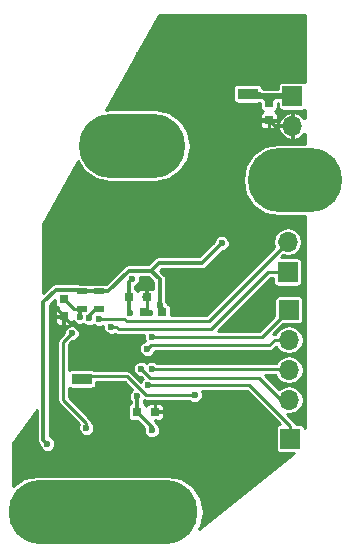
<source format=gbl>
G04 #@! TF.FileFunction,Copper,L2,Bot,Signal*
%FSLAX46Y46*%
G04 Gerber Fmt 4.6, Leading zero omitted, Abs format (unit mm)*
G04 Created by KiCad (PCBNEW 4.0.6) date Thu Nov 16 07:28:37 2017*
%MOMM*%
%LPD*%
G01*
G04 APERTURE LIST*
%ADD10C,0.100000*%
%ADD11O,8.000000X5.400000*%
%ADD12O,16.000000X5.400000*%
%ADD13R,0.750000X0.800000*%
%ADD14R,0.800000X0.750000*%
%ADD15R,1.700000X1.700000*%
%ADD16O,1.700000X1.700000*%
%ADD17R,1.700000X0.900000*%
%ADD18R,0.900000X0.500000*%
%ADD19O,9.000000X5.400000*%
%ADD20C,0.600000*%
%ADD21C,0.250000*%
%ADD22C,0.350000*%
%ADD23C,0.500000*%
G04 APERTURE END LIST*
D10*
D11*
X168800000Y-94400000D03*
D12*
X152500000Y-122500000D03*
D13*
X166550000Y-87850000D03*
X166550000Y-89350000D03*
X149200000Y-104450000D03*
X149200000Y-105950000D03*
D14*
X155400000Y-114050000D03*
X156900000Y-114050000D03*
X157500000Y-105600000D03*
X156000000Y-105600000D03*
X154700000Y-104350000D03*
X156200000Y-104350000D03*
D15*
X168550000Y-87300000D03*
D16*
X168550000Y-89840000D03*
D15*
X168150000Y-102190000D03*
D16*
X168150000Y-99650000D03*
D15*
X168250000Y-105400000D03*
D16*
X168250000Y-107940000D03*
X168250000Y-110480000D03*
X168250000Y-113020000D03*
D15*
X168350000Y-116300000D03*
D17*
X164750000Y-87100000D03*
X164750000Y-90000000D03*
X150700000Y-111250000D03*
X150700000Y-108350000D03*
D18*
X150700000Y-103800000D03*
X150700000Y-105300000D03*
X152150000Y-103800000D03*
X152150000Y-105300000D03*
D19*
X155000000Y-91500000D03*
D20*
X160300000Y-112600000D03*
X146600000Y-115900000D03*
X145200004Y-119600000D03*
X166300000Y-97700000D03*
X156500000Y-105650030D03*
X151200000Y-98300000D03*
X160000000Y-94100000D03*
X159400000Y-94800000D03*
X158899994Y-88900000D03*
X162200000Y-121900000D03*
X166600000Y-118800000D03*
X153400000Y-111800000D03*
X160000000Y-105400000D03*
X152400000Y-107900000D03*
X165500004Y-115400000D03*
X165500000Y-116300000D03*
X159400000Y-114900000D03*
X163100000Y-118200000D03*
X162000000Y-118200000D03*
X150000000Y-119000000D03*
X156400000Y-118100000D03*
X153000000Y-115800000D03*
X163200000Y-81300000D03*
X163400000Y-91500000D03*
X162200000Y-94300000D03*
X162100000Y-104300000D03*
X164000000Y-101400000D03*
X160600000Y-102200000D03*
X157400000Y-96100000D03*
X158600000Y-97500000D03*
X154900000Y-108000000D03*
X155100000Y-109400000D03*
X150100000Y-112300000D03*
X150700000Y-109700000D03*
X164600000Y-106500000D03*
X162200000Y-109500000D03*
X160000000Y-109500000D03*
X158400000Y-102600000D03*
X148600000Y-97900000D03*
X148100000Y-102300000D03*
X154000000Y-101400000D03*
X156100000Y-101000000D03*
X157400000Y-99100000D03*
X155800000Y-96800000D03*
X151300000Y-97500000D03*
X158000000Y-80700000D03*
X155600000Y-83800000D03*
X153200000Y-88200000D03*
X159500000Y-86300000D03*
X166600000Y-86000000D03*
X168800000Y-81100000D03*
X156100000Y-102850000D03*
X148200000Y-114100000D03*
X158300000Y-114100000D03*
X150059015Y-106620400D03*
X163400000Y-112800000D03*
X162600000Y-114500000D03*
X148601392Y-105297216D03*
X162000000Y-97900000D03*
X154750000Y-97850000D03*
X155000000Y-102750000D03*
X154800000Y-105700000D03*
X162550000Y-99750000D03*
X147800000Y-116750000D03*
X157300000Y-105000000D03*
X155376462Y-112710360D03*
X156650000Y-115600000D03*
X150539225Y-105980543D03*
X153200000Y-106825010D03*
X152200000Y-106200000D03*
X156650000Y-107700000D03*
X156250000Y-108700000D03*
X156650000Y-110400000D03*
X155750000Y-110400000D03*
X156336868Y-111758085D03*
X151329577Y-106104492D03*
X149857949Y-107394732D03*
X151100000Y-115400000D03*
D21*
X150700000Y-111250000D02*
X150950000Y-111000000D01*
X150950000Y-111000000D02*
X154550000Y-111000000D01*
X154550000Y-111000000D02*
X156150000Y-112600000D01*
X156150000Y-112600000D02*
X160300000Y-112600000D01*
X163700001Y-101699999D02*
X164000000Y-101400000D01*
X163200000Y-102200000D02*
X163700001Y-101699999D01*
X160600000Y-102200000D02*
X163200000Y-102200000D01*
X166000001Y-97999999D02*
X166300000Y-97700000D01*
X164000000Y-100000000D02*
X166000001Y-97999999D01*
X164000000Y-101400000D02*
X164000000Y-100000000D01*
D22*
X153200000Y-88200000D02*
X155500000Y-85900000D01*
X155500000Y-85900000D02*
X155500000Y-83900000D01*
X155500000Y-83900000D02*
X155600000Y-83800000D01*
D21*
X156000000Y-105600000D02*
X156050030Y-105650030D01*
X156075736Y-105650030D02*
X156500000Y-105650030D01*
X156050030Y-105650030D02*
X156075736Y-105650030D01*
D22*
X159400000Y-94800000D02*
X159400000Y-94700000D01*
X159400000Y-94700000D02*
X160000000Y-94100000D01*
X159199993Y-88600001D02*
X158899994Y-88900000D01*
X159500000Y-88299994D02*
X159199993Y-88600001D01*
X159500000Y-86300000D02*
X159500000Y-88299994D01*
D21*
X166600000Y-118800000D02*
X165500000Y-118800000D01*
X165500000Y-118800000D02*
X162624264Y-121675736D01*
X162624264Y-121675736D02*
X162624264Y-121900000D01*
X162624264Y-121900000D02*
X162200000Y-121900000D01*
X165500000Y-115400004D02*
X165500004Y-115400000D01*
X165500000Y-116300000D02*
X165500000Y-115400004D01*
X162000000Y-118200000D02*
X163100000Y-118200000D01*
X153000000Y-115800000D02*
X154100000Y-115800000D01*
X154100000Y-115800000D02*
X156400000Y-118100000D01*
X164750000Y-90000000D02*
X164750000Y-90150000D01*
X164750000Y-90150000D02*
X163400000Y-91500000D01*
X162200000Y-94300000D02*
X162200000Y-92150000D01*
X162200000Y-92150000D02*
X164350000Y-90000000D01*
X164350000Y-90000000D02*
X164750000Y-90000000D01*
X158600000Y-97500000D02*
X158600000Y-97300000D01*
X158600000Y-97300000D02*
X157400000Y-96100000D01*
X154900000Y-108000000D02*
X154900000Y-109200000D01*
X154900000Y-109200000D02*
X155100000Y-109400000D01*
X150700000Y-109700000D02*
X150700000Y-108350000D01*
D22*
X160000000Y-109500000D02*
X162200000Y-109500000D01*
X148100000Y-102300000D02*
X148100000Y-98400000D01*
X148100000Y-98400000D02*
X148600000Y-97900000D01*
X156100000Y-101000000D02*
X154400000Y-101000000D01*
X154400000Y-101000000D02*
X154000000Y-101400000D01*
X155800000Y-96800000D02*
X155800000Y-97500000D01*
X155800000Y-97500000D02*
X157400000Y-99100000D01*
X158000000Y-80700000D02*
X158400000Y-81100000D01*
X158400000Y-81100000D02*
X168800000Y-81100000D01*
X168800000Y-81100000D02*
X166600000Y-83300000D01*
X166600000Y-83300000D02*
X166600000Y-86000000D01*
X156200000Y-104350000D02*
X156200000Y-102950000D01*
X156200000Y-102950000D02*
X156100000Y-102850000D01*
X150670399Y-106920399D02*
X150700000Y-106950000D01*
X150700000Y-106950000D02*
X150700000Y-108350000D01*
X150059015Y-106620400D02*
X150359014Y-106920399D01*
X150359014Y-106920399D02*
X150670399Y-106920399D01*
X148350000Y-113525736D02*
X148350000Y-107550000D01*
X148350000Y-107550000D02*
X149200000Y-106700000D01*
X149200000Y-106700000D02*
X149200000Y-105950000D01*
X148200000Y-114100000D02*
X148200000Y-113675736D01*
X148200000Y-113675736D02*
X148350000Y-113525736D01*
X156900000Y-114050000D02*
X158250000Y-114050000D01*
X158250000Y-114050000D02*
X158300000Y-114100000D01*
D21*
X149845400Y-106620400D02*
X150059015Y-106620400D01*
X149200000Y-105950000D02*
X149200000Y-105975000D01*
X149200000Y-105975000D02*
X149845400Y-106620400D01*
D22*
X162600000Y-114500000D02*
X162600000Y-113600000D01*
X162600000Y-113600000D02*
X163400000Y-112800000D01*
D21*
X156200000Y-104350000D02*
X156200000Y-105400000D01*
X156200000Y-105400000D02*
X156000000Y-105600000D01*
X149200000Y-105950000D02*
X149200000Y-105895824D01*
X149200000Y-105895824D02*
X148601392Y-105297216D01*
D22*
X156200000Y-104350000D02*
X155950000Y-104350000D01*
X162000000Y-97900000D02*
X154800000Y-97900000D01*
X154800000Y-97900000D02*
X154750000Y-97850000D01*
X166550000Y-89350000D02*
X165400000Y-89350000D01*
X165400000Y-89350000D02*
X164750000Y-90000000D01*
X168550000Y-89840000D02*
X167040000Y-89840000D01*
X167040000Y-89840000D02*
X166550000Y-89350000D01*
D23*
X168550000Y-87300000D02*
X164950000Y-87300000D01*
X164950000Y-87300000D02*
X164750000Y-87100000D01*
D22*
X164750000Y-87100000D02*
X165800000Y-87100000D01*
X165800000Y-87100000D02*
X166550000Y-87850000D01*
X168550000Y-87300000D02*
X167100000Y-87300000D01*
X167100000Y-87300000D02*
X166550000Y-87850000D01*
X154700000Y-104350000D02*
X154700000Y-103050000D01*
X154700000Y-103050000D02*
X155000000Y-102750000D01*
X154700000Y-104350000D02*
X154700000Y-105600000D01*
X154700000Y-105600000D02*
X154800000Y-105700000D01*
X157249996Y-101400000D02*
X156574998Y-102074998D01*
X162550000Y-99750000D02*
X160900000Y-101400000D01*
X160900000Y-101400000D02*
X157249996Y-101400000D01*
X157300000Y-105000000D02*
X157300000Y-102800000D01*
X157300000Y-102800000D02*
X156574998Y-102074998D01*
X152150000Y-103800000D02*
X152950000Y-103800000D01*
X152950000Y-103800000D02*
X154675002Y-102074998D01*
X154675002Y-102074998D02*
X156574998Y-102074998D01*
D21*
X157500000Y-105600000D02*
X157500000Y-105200000D01*
X157500000Y-105200000D02*
X157300000Y-105000000D01*
D22*
X147450000Y-104749998D02*
X147450000Y-116400000D01*
X147450000Y-116400000D02*
X147800000Y-116750000D01*
X150700000Y-103800000D02*
X150500000Y-103800000D01*
X150500000Y-103800000D02*
X150374999Y-103674999D01*
X150374999Y-103674999D02*
X148524999Y-103674999D01*
X148524999Y-103674999D02*
X147450000Y-104749998D01*
X150700000Y-103800000D02*
X152150000Y-103800000D01*
X155400000Y-114050000D02*
X155400000Y-112733898D01*
X155400000Y-112733898D02*
X155376462Y-112710360D01*
X156650000Y-115600000D02*
X156650000Y-115300000D01*
X156650000Y-115300000D02*
X155400000Y-114050000D01*
D21*
X150700000Y-105300000D02*
X150050000Y-105300000D01*
X150050000Y-105300000D02*
X149200000Y-104450000D01*
D22*
X150539225Y-105460775D02*
X150539225Y-105556279D01*
X150700000Y-105300000D02*
X150539225Y-105460775D01*
X150539225Y-105556279D02*
X150539225Y-105980543D01*
D21*
X168150000Y-102190000D02*
X166510000Y-102190000D01*
X166510000Y-102190000D02*
X161650000Y-107050000D01*
X161650000Y-107050000D02*
X153849254Y-107050000D01*
X153849254Y-107050000D02*
X153624264Y-106825010D01*
X153624264Y-106825010D02*
X153200000Y-106825010D01*
X167300001Y-100499999D02*
X168150000Y-99650000D01*
X161474998Y-106325002D02*
X167300001Y-100499999D01*
X154374996Y-106200000D02*
X154499998Y-106325002D01*
X152200000Y-106200000D02*
X154374996Y-106200000D01*
X154499998Y-106325002D02*
X161474998Y-106325002D01*
X156650000Y-107700000D02*
X165950000Y-107700000D01*
X165950000Y-107700000D02*
X168250000Y-105400000D01*
X168250000Y-107940000D02*
X167047919Y-107940000D01*
X167047919Y-107940000D02*
X166587919Y-108400000D01*
X166587919Y-108400000D02*
X156550000Y-108400000D01*
X156550000Y-108400000D02*
X156250000Y-108700000D01*
X156650000Y-110400000D02*
X168170000Y-110400000D01*
X168170000Y-110400000D02*
X168250000Y-110480000D01*
X155750000Y-110400000D02*
X156500654Y-111150654D01*
X156500654Y-111150654D02*
X165750654Y-111150654D01*
X165750654Y-111150654D02*
X167620000Y-113020000D01*
X167620000Y-113020000D02*
X168250000Y-113020000D01*
X168350000Y-116300000D02*
X168350000Y-115200000D01*
X168350000Y-115200000D02*
X164908085Y-111758085D01*
X164908085Y-111758085D02*
X156761132Y-111758085D01*
X156761132Y-111758085D02*
X156336868Y-111758085D01*
D22*
X151329577Y-105920423D02*
X151329577Y-106104492D01*
X151950000Y-105300000D02*
X151329577Y-105920423D01*
X152150000Y-105300000D02*
X151950000Y-105300000D01*
D21*
X149150000Y-108102681D02*
X149857949Y-107394732D01*
X149150000Y-113025736D02*
X149150000Y-108102681D01*
X151100000Y-115400000D02*
X151100000Y-114975736D01*
X151100000Y-114975736D02*
X149150000Y-113025736D01*
G36*
X169575000Y-86115710D02*
X169548754Y-86097777D01*
X169400000Y-86067654D01*
X167700000Y-86067654D01*
X167561034Y-86093802D01*
X167433401Y-86175931D01*
X167347777Y-86301246D01*
X167317654Y-86450000D01*
X167317654Y-86675000D01*
X166134895Y-86675000D01*
X166010476Y-86591866D01*
X165969888Y-86583793D01*
X165956198Y-86511034D01*
X165874069Y-86383401D01*
X165748754Y-86297777D01*
X165600000Y-86267654D01*
X163900000Y-86267654D01*
X163761034Y-86293802D01*
X163633401Y-86375931D01*
X163547777Y-86501246D01*
X163517654Y-86650000D01*
X163517654Y-87550000D01*
X163543802Y-87688966D01*
X163625931Y-87816599D01*
X163751246Y-87902223D01*
X163900000Y-87932346D01*
X165600000Y-87932346D01*
X165639041Y-87925000D01*
X165792654Y-87925000D01*
X165792654Y-88250000D01*
X165818802Y-88388966D01*
X165900931Y-88516599D01*
X166026246Y-88602223D01*
X166031914Y-88603371D01*
X165962579Y-88632090D01*
X165857090Y-88737580D01*
X165800000Y-88875408D01*
X165800000Y-89231250D01*
X165893750Y-89325000D01*
X166525000Y-89325000D01*
X166525000Y-89305000D01*
X166575000Y-89305000D01*
X166575000Y-89325000D01*
X167206250Y-89325000D01*
X167300000Y-89231250D01*
X167300000Y-88875408D01*
X167242910Y-88737580D01*
X167137421Y-88632090D01*
X167068252Y-88603440D01*
X167191599Y-88524069D01*
X167277223Y-88398754D01*
X167307346Y-88250000D01*
X167307346Y-87925000D01*
X167317654Y-87925000D01*
X167317654Y-88150000D01*
X167343802Y-88288966D01*
X167425931Y-88416599D01*
X167551246Y-88502223D01*
X167700000Y-88532346D01*
X169400000Y-88532346D01*
X169538966Y-88506198D01*
X169575000Y-88483011D01*
X169575000Y-89184929D01*
X169555536Y-89140337D01*
X169211245Y-88808794D01*
X168766285Y-88634243D01*
X168575000Y-88709003D01*
X168575000Y-89815000D01*
X168595000Y-89815000D01*
X168595000Y-89865000D01*
X168575000Y-89865000D01*
X168575000Y-90970997D01*
X168766285Y-91045757D01*
X169211245Y-90871206D01*
X169555536Y-90539663D01*
X169575000Y-90495071D01*
X169575000Y-91325000D01*
X167414289Y-91325000D01*
X166237537Y-91559070D01*
X165239936Y-92225647D01*
X164573359Y-93223248D01*
X164339289Y-94400000D01*
X164573359Y-95576752D01*
X165239936Y-96574353D01*
X166237537Y-97240930D01*
X167414289Y-97475000D01*
X169575000Y-97475000D01*
X169575000Y-115410959D01*
X169556198Y-115311034D01*
X169474069Y-115183401D01*
X169348754Y-115097777D01*
X169200000Y-115067654D01*
X168823675Y-115067654D01*
X168811940Y-115008658D01*
X168703553Y-114846447D01*
X168071342Y-114214236D01*
X168226001Y-114245000D01*
X168273999Y-114245000D01*
X168742786Y-114151752D01*
X169140205Y-113886206D01*
X169405751Y-113488787D01*
X169498999Y-113020000D01*
X169405751Y-112551213D01*
X169140205Y-112153794D01*
X168742786Y-111888248D01*
X168273999Y-111795000D01*
X168226001Y-111795000D01*
X167757214Y-111888248D01*
X167420404Y-112113297D01*
X166207106Y-110900000D01*
X167084545Y-110900000D01*
X167094249Y-110948787D01*
X167359795Y-111346206D01*
X167757214Y-111611752D01*
X168226001Y-111705000D01*
X168273999Y-111705000D01*
X168742786Y-111611752D01*
X169140205Y-111346206D01*
X169405751Y-110948787D01*
X169498999Y-110480000D01*
X169405751Y-110011213D01*
X169140205Y-109613794D01*
X168742786Y-109348248D01*
X168273999Y-109255000D01*
X168226001Y-109255000D01*
X167757214Y-109348248D01*
X167359795Y-109613794D01*
X167168559Y-109900000D01*
X157104634Y-109900000D01*
X157032856Y-109828097D01*
X156784855Y-109725117D01*
X156516323Y-109724883D01*
X156268143Y-109827429D01*
X156200048Y-109895406D01*
X156132856Y-109828097D01*
X155884855Y-109725117D01*
X155616323Y-109724883D01*
X155368143Y-109827429D01*
X155178097Y-110017144D01*
X155075117Y-110265145D01*
X155074883Y-110533677D01*
X155177429Y-110781857D01*
X155367144Y-110971903D01*
X155615145Y-111074883D01*
X155717867Y-111074973D01*
X155891654Y-111248760D01*
X155764965Y-111375229D01*
X155726051Y-111468944D01*
X154903553Y-110646447D01*
X154741342Y-110538060D01*
X154725229Y-110534855D01*
X154550000Y-110500000D01*
X151775185Y-110500000D01*
X151698754Y-110447777D01*
X151550000Y-110417654D01*
X149850000Y-110417654D01*
X149711034Y-110443802D01*
X149650000Y-110483076D01*
X149650000Y-108309787D01*
X149890027Y-108069760D01*
X149991626Y-108069849D01*
X150239806Y-107967303D01*
X150429852Y-107777588D01*
X150532832Y-107529587D01*
X150533066Y-107261055D01*
X150430520Y-107012875D01*
X150240805Y-106822829D01*
X149992804Y-106719849D01*
X149724272Y-106719615D01*
X149476092Y-106822161D01*
X149286046Y-107011876D01*
X149183066Y-107259877D01*
X149182976Y-107362599D01*
X148796447Y-107749128D01*
X148688060Y-107911339D01*
X148650000Y-108102681D01*
X148650000Y-113025736D01*
X148677232Y-113162640D01*
X148688060Y-113217078D01*
X148796447Y-113379289D01*
X150500577Y-115083420D01*
X150425117Y-115265145D01*
X150424883Y-115533677D01*
X150527429Y-115781857D01*
X150717144Y-115971903D01*
X150965145Y-116074883D01*
X151233677Y-116075117D01*
X151481857Y-115972571D01*
X151671903Y-115782856D01*
X151774883Y-115534855D01*
X151775117Y-115266323D01*
X151672571Y-115018143D01*
X151592476Y-114937908D01*
X151561940Y-114784394D01*
X151557148Y-114777223D01*
X151453553Y-114622182D01*
X149650000Y-112818630D01*
X149650000Y-112017208D01*
X149701246Y-112052223D01*
X149850000Y-112082346D01*
X151550000Y-112082346D01*
X151688966Y-112056198D01*
X151816599Y-111974069D01*
X151902223Y-111848754D01*
X151932346Y-111700000D01*
X151932346Y-111500000D01*
X154342894Y-111500000D01*
X154987638Y-112144744D01*
X154804559Y-112327504D01*
X154701579Y-112575505D01*
X154701345Y-112844037D01*
X154803891Y-113092217D01*
X154850000Y-113138406D01*
X154850000Y-113325902D01*
X154733401Y-113400931D01*
X154647777Y-113526246D01*
X154617654Y-113675000D01*
X154617654Y-114425000D01*
X154643802Y-114563966D01*
X154725931Y-114691599D01*
X154851246Y-114777223D01*
X155000000Y-114807346D01*
X155379528Y-114807346D01*
X155993370Y-115421188D01*
X155975117Y-115465145D01*
X155974883Y-115733677D01*
X156077429Y-115981857D01*
X156267144Y-116171903D01*
X156515145Y-116274883D01*
X156783677Y-116275117D01*
X157031857Y-116172571D01*
X157221903Y-115982856D01*
X157324883Y-115734855D01*
X157325117Y-115466323D01*
X157222571Y-115218143D01*
X157174049Y-115169537D01*
X157158134Y-115089524D01*
X157038909Y-114911091D01*
X156925002Y-114797184D01*
X156925002Y-114706252D01*
X157018750Y-114800000D01*
X157374592Y-114800000D01*
X157512420Y-114742910D01*
X157617910Y-114637421D01*
X157675000Y-114499592D01*
X157675000Y-114168750D01*
X157581250Y-114075000D01*
X156925000Y-114075000D01*
X156925000Y-114095000D01*
X156875000Y-114095000D01*
X156875000Y-114075000D01*
X156855000Y-114075000D01*
X156855000Y-114025000D01*
X156875000Y-114025000D01*
X156875000Y-113393750D01*
X156925000Y-113393750D01*
X156925000Y-114025000D01*
X157581250Y-114025000D01*
X157675000Y-113931250D01*
X157675000Y-113600408D01*
X157617910Y-113462579D01*
X157512420Y-113357090D01*
X157374592Y-113300000D01*
X157018750Y-113300000D01*
X156925000Y-113393750D01*
X156875000Y-113393750D01*
X156781250Y-113300000D01*
X156425408Y-113300000D01*
X156287580Y-113357090D01*
X156182090Y-113462579D01*
X156153440Y-113531748D01*
X156074069Y-113408401D01*
X155950000Y-113323628D01*
X155950000Y-113089279D01*
X155961147Y-113062435D01*
X156150000Y-113100000D01*
X159845366Y-113100000D01*
X159917144Y-113171903D01*
X160165145Y-113274883D01*
X160433677Y-113275117D01*
X160681857Y-113172571D01*
X160871903Y-112982856D01*
X160974883Y-112734855D01*
X160975117Y-112466323D01*
X160889075Y-112258085D01*
X164700979Y-112258085D01*
X167510548Y-115067654D01*
X167500000Y-115067654D01*
X167361034Y-115093802D01*
X167233401Y-115175931D01*
X167147777Y-115301246D01*
X167117654Y-115450000D01*
X167117654Y-117150000D01*
X167143802Y-117288966D01*
X167225931Y-117416599D01*
X167351246Y-117502223D01*
X167500000Y-117532346D01*
X168654235Y-117532346D01*
X160611240Y-123966743D01*
X160805006Y-123676752D01*
X161039076Y-122500000D01*
X160805006Y-121323248D01*
X160138429Y-120325647D01*
X159140828Y-119659070D01*
X157964076Y-119425000D01*
X147035924Y-119425000D01*
X145859172Y-119659070D01*
X144925000Y-120283265D01*
X144925000Y-116636198D01*
X146900000Y-113871198D01*
X146900000Y-116400000D01*
X146941866Y-116610476D01*
X147061091Y-116788909D01*
X147124910Y-116852728D01*
X147124883Y-116883677D01*
X147227429Y-117131857D01*
X147417144Y-117321903D01*
X147665145Y-117424883D01*
X147933677Y-117425117D01*
X148181857Y-117322571D01*
X148371903Y-117132856D01*
X148474883Y-116884855D01*
X148475117Y-116616323D01*
X148372571Y-116368143D01*
X148182856Y-116178097D01*
X148000000Y-116102168D01*
X148000000Y-106068750D01*
X148450000Y-106068750D01*
X148450000Y-106424592D01*
X148507090Y-106562420D01*
X148612579Y-106667910D01*
X148750408Y-106725000D01*
X149081250Y-106725000D01*
X149175000Y-106631250D01*
X149175000Y-105975000D01*
X148543750Y-105975000D01*
X148450000Y-106068750D01*
X148000000Y-106068750D01*
X148000000Y-104977816D01*
X148442654Y-104535162D01*
X148442654Y-104850000D01*
X148468802Y-104988966D01*
X148550931Y-105116599D01*
X148676246Y-105202223D01*
X148681914Y-105203371D01*
X148612579Y-105232090D01*
X148507090Y-105337580D01*
X148450000Y-105475408D01*
X148450000Y-105831250D01*
X148543750Y-105925000D01*
X149175000Y-105925000D01*
X149175000Y-105905000D01*
X149225000Y-105905000D01*
X149225000Y-105925000D01*
X149245000Y-105925000D01*
X149245000Y-105975000D01*
X149225000Y-105975000D01*
X149225000Y-106631250D01*
X149318750Y-106725000D01*
X149649592Y-106725000D01*
X149787421Y-106667910D01*
X149892910Y-106562420D01*
X149950000Y-106424592D01*
X149950000Y-106322094D01*
X149966654Y-106362400D01*
X150156369Y-106552446D01*
X150404370Y-106655426D01*
X150672902Y-106655660D01*
X150852106Y-106581615D01*
X150946721Y-106676395D01*
X151194722Y-106779375D01*
X151463254Y-106779609D01*
X151711434Y-106677063D01*
X151716961Y-106671545D01*
X151817144Y-106771903D01*
X152065145Y-106874883D01*
X152333677Y-106875117D01*
X152525025Y-106796054D01*
X152524883Y-106958687D01*
X152627429Y-107206867D01*
X152817144Y-107396913D01*
X153065145Y-107499893D01*
X153333677Y-107500127D01*
X153523098Y-107421860D01*
X153657912Y-107511940D01*
X153849254Y-107550000D01*
X155981406Y-107550000D01*
X155975117Y-107565145D01*
X155974883Y-107833677D01*
X156062993Y-108046919D01*
X155868143Y-108127429D01*
X155678097Y-108317144D01*
X155575117Y-108565145D01*
X155574883Y-108833677D01*
X155677429Y-109081857D01*
X155867144Y-109271903D01*
X156115145Y-109374883D01*
X156383677Y-109375117D01*
X156631857Y-109272571D01*
X156821903Y-109082856D01*
X156897832Y-108900000D01*
X166587919Y-108900000D01*
X166779261Y-108861940D01*
X166941472Y-108753553D01*
X167171149Y-108523876D01*
X167359795Y-108806206D01*
X167757214Y-109071752D01*
X168226001Y-109165000D01*
X168273999Y-109165000D01*
X168742786Y-109071752D01*
X169140205Y-108806206D01*
X169405751Y-108408787D01*
X169498999Y-107940000D01*
X169405751Y-107471213D01*
X169140205Y-107073794D01*
X168742786Y-106808248D01*
X168273999Y-106715000D01*
X168226001Y-106715000D01*
X167757214Y-106808248D01*
X167359795Y-107073794D01*
X167115105Y-107440000D01*
X167047919Y-107440000D01*
X166884625Y-107472481D01*
X167724761Y-106632346D01*
X169100000Y-106632346D01*
X169238966Y-106606198D01*
X169366599Y-106524069D01*
X169452223Y-106398754D01*
X169482346Y-106250000D01*
X169482346Y-104550000D01*
X169456198Y-104411034D01*
X169374069Y-104283401D01*
X169248754Y-104197777D01*
X169100000Y-104167654D01*
X167400000Y-104167654D01*
X167261034Y-104193802D01*
X167133401Y-104275931D01*
X167047777Y-104401246D01*
X167017654Y-104550000D01*
X167017654Y-105925239D01*
X165742894Y-107200000D01*
X162207106Y-107200000D01*
X166717106Y-102690000D01*
X166917654Y-102690000D01*
X166917654Y-103040000D01*
X166943802Y-103178966D01*
X167025931Y-103306599D01*
X167151246Y-103392223D01*
X167300000Y-103422346D01*
X169000000Y-103422346D01*
X169138966Y-103396198D01*
X169266599Y-103314069D01*
X169352223Y-103188754D01*
X169382346Y-103040000D01*
X169382346Y-101340000D01*
X169356198Y-101201034D01*
X169274069Y-101073401D01*
X169148754Y-100987777D01*
X169000000Y-100957654D01*
X167549453Y-100957654D01*
X167653554Y-100853553D01*
X167653556Y-100853550D01*
X167714049Y-100793057D01*
X168126001Y-100875000D01*
X168173999Y-100875000D01*
X168642786Y-100781752D01*
X169040205Y-100516206D01*
X169305751Y-100118787D01*
X169398999Y-99650000D01*
X169305751Y-99181213D01*
X169040205Y-98783794D01*
X168642786Y-98518248D01*
X168173999Y-98425000D01*
X168126001Y-98425000D01*
X167657214Y-98518248D01*
X167259795Y-98783794D01*
X166994249Y-99181213D01*
X166901001Y-99650000D01*
X166990907Y-100101987D01*
X166946450Y-100146444D01*
X166946447Y-100146446D01*
X161267892Y-105825002D01*
X158282346Y-105825002D01*
X158282346Y-105225000D01*
X158256198Y-105086034D01*
X158174069Y-104958401D01*
X158048754Y-104872777D01*
X157971303Y-104857093D01*
X157872571Y-104618143D01*
X157850000Y-104595533D01*
X157850000Y-102800005D01*
X157850001Y-102800000D01*
X157808134Y-102589524D01*
X157724199Y-102463907D01*
X157688909Y-102411091D01*
X157688906Y-102411089D01*
X157352815Y-102074998D01*
X157477813Y-101950000D01*
X160900000Y-101950000D01*
X161110476Y-101908134D01*
X161288909Y-101788909D01*
X162652727Y-100425090D01*
X162683677Y-100425117D01*
X162931857Y-100322571D01*
X163121903Y-100132856D01*
X163224883Y-99884855D01*
X163225117Y-99616323D01*
X163122571Y-99368143D01*
X162932856Y-99178097D01*
X162684855Y-99075117D01*
X162416323Y-99074883D01*
X162168143Y-99177429D01*
X161978097Y-99367144D01*
X161875117Y-99615145D01*
X161875089Y-99647094D01*
X160672182Y-100850000D01*
X157249996Y-100850000D01*
X157039520Y-100891866D01*
X156861087Y-101011091D01*
X156861085Y-101011094D01*
X156347180Y-101524998D01*
X154675002Y-101524998D01*
X154464526Y-101566864D01*
X154286093Y-101686089D01*
X152763993Y-103208189D01*
X152748754Y-103197777D01*
X152600000Y-103167654D01*
X151700000Y-103167654D01*
X151561034Y-103193802D01*
X151473699Y-103250000D01*
X151375185Y-103250000D01*
X151298754Y-103197777D01*
X151150000Y-103167654D01*
X150586656Y-103167654D01*
X150585475Y-103166865D01*
X150374999Y-103124999D01*
X148524999Y-103124999D01*
X148314523Y-103166865D01*
X148136090Y-103286090D01*
X147425000Y-103997180D01*
X147425000Y-98110129D01*
X150361835Y-92823826D01*
X150930140Y-93674353D01*
X151927741Y-94340930D01*
X153104493Y-94575000D01*
X156895507Y-94575000D01*
X158072259Y-94340930D01*
X159069860Y-93674353D01*
X159736437Y-92676752D01*
X159970507Y-91500000D01*
X159736437Y-90323248D01*
X159165479Y-89468750D01*
X165800000Y-89468750D01*
X165800000Y-89824592D01*
X165857090Y-89962420D01*
X165962579Y-90067910D01*
X166100408Y-90125000D01*
X166431250Y-90125000D01*
X166525000Y-90031250D01*
X166525000Y-89375000D01*
X166575000Y-89375000D01*
X166575000Y-90031250D01*
X166668750Y-90125000D01*
X166999592Y-90125000D01*
X167137421Y-90067910D01*
X167149045Y-90056285D01*
X167344245Y-90056285D01*
X167353256Y-90101602D01*
X167544464Y-90539663D01*
X167888755Y-90871206D01*
X168333715Y-91045757D01*
X168525000Y-90970997D01*
X168525000Y-89865000D01*
X167419026Y-89865000D01*
X167344245Y-90056285D01*
X167149045Y-90056285D01*
X167242910Y-89962420D01*
X167300000Y-89824592D01*
X167300000Y-89623715D01*
X167344245Y-89623715D01*
X167419026Y-89815000D01*
X168525000Y-89815000D01*
X168525000Y-88709003D01*
X168333715Y-88634243D01*
X167888755Y-88808794D01*
X167544464Y-89140337D01*
X167353256Y-89578398D01*
X167344245Y-89623715D01*
X167300000Y-89623715D01*
X167300000Y-89468750D01*
X167206250Y-89375000D01*
X166575000Y-89375000D01*
X166525000Y-89375000D01*
X165893750Y-89375000D01*
X165800000Y-89468750D01*
X159165479Y-89468750D01*
X159069860Y-89325647D01*
X158072259Y-88659070D01*
X156895507Y-88425000D01*
X153104493Y-88425000D01*
X152768497Y-88491834D01*
X157250071Y-80425000D01*
X169575000Y-80425000D01*
X169575000Y-86115710D01*
X169575000Y-86115710D01*
G37*
X169575000Y-86115710D02*
X169548754Y-86097777D01*
X169400000Y-86067654D01*
X167700000Y-86067654D01*
X167561034Y-86093802D01*
X167433401Y-86175931D01*
X167347777Y-86301246D01*
X167317654Y-86450000D01*
X167317654Y-86675000D01*
X166134895Y-86675000D01*
X166010476Y-86591866D01*
X165969888Y-86583793D01*
X165956198Y-86511034D01*
X165874069Y-86383401D01*
X165748754Y-86297777D01*
X165600000Y-86267654D01*
X163900000Y-86267654D01*
X163761034Y-86293802D01*
X163633401Y-86375931D01*
X163547777Y-86501246D01*
X163517654Y-86650000D01*
X163517654Y-87550000D01*
X163543802Y-87688966D01*
X163625931Y-87816599D01*
X163751246Y-87902223D01*
X163900000Y-87932346D01*
X165600000Y-87932346D01*
X165639041Y-87925000D01*
X165792654Y-87925000D01*
X165792654Y-88250000D01*
X165818802Y-88388966D01*
X165900931Y-88516599D01*
X166026246Y-88602223D01*
X166031914Y-88603371D01*
X165962579Y-88632090D01*
X165857090Y-88737580D01*
X165800000Y-88875408D01*
X165800000Y-89231250D01*
X165893750Y-89325000D01*
X166525000Y-89325000D01*
X166525000Y-89305000D01*
X166575000Y-89305000D01*
X166575000Y-89325000D01*
X167206250Y-89325000D01*
X167300000Y-89231250D01*
X167300000Y-88875408D01*
X167242910Y-88737580D01*
X167137421Y-88632090D01*
X167068252Y-88603440D01*
X167191599Y-88524069D01*
X167277223Y-88398754D01*
X167307346Y-88250000D01*
X167307346Y-87925000D01*
X167317654Y-87925000D01*
X167317654Y-88150000D01*
X167343802Y-88288966D01*
X167425931Y-88416599D01*
X167551246Y-88502223D01*
X167700000Y-88532346D01*
X169400000Y-88532346D01*
X169538966Y-88506198D01*
X169575000Y-88483011D01*
X169575000Y-89184929D01*
X169555536Y-89140337D01*
X169211245Y-88808794D01*
X168766285Y-88634243D01*
X168575000Y-88709003D01*
X168575000Y-89815000D01*
X168595000Y-89815000D01*
X168595000Y-89865000D01*
X168575000Y-89865000D01*
X168575000Y-90970997D01*
X168766285Y-91045757D01*
X169211245Y-90871206D01*
X169555536Y-90539663D01*
X169575000Y-90495071D01*
X169575000Y-91325000D01*
X167414289Y-91325000D01*
X166237537Y-91559070D01*
X165239936Y-92225647D01*
X164573359Y-93223248D01*
X164339289Y-94400000D01*
X164573359Y-95576752D01*
X165239936Y-96574353D01*
X166237537Y-97240930D01*
X167414289Y-97475000D01*
X169575000Y-97475000D01*
X169575000Y-115410959D01*
X169556198Y-115311034D01*
X169474069Y-115183401D01*
X169348754Y-115097777D01*
X169200000Y-115067654D01*
X168823675Y-115067654D01*
X168811940Y-115008658D01*
X168703553Y-114846447D01*
X168071342Y-114214236D01*
X168226001Y-114245000D01*
X168273999Y-114245000D01*
X168742786Y-114151752D01*
X169140205Y-113886206D01*
X169405751Y-113488787D01*
X169498999Y-113020000D01*
X169405751Y-112551213D01*
X169140205Y-112153794D01*
X168742786Y-111888248D01*
X168273999Y-111795000D01*
X168226001Y-111795000D01*
X167757214Y-111888248D01*
X167420404Y-112113297D01*
X166207106Y-110900000D01*
X167084545Y-110900000D01*
X167094249Y-110948787D01*
X167359795Y-111346206D01*
X167757214Y-111611752D01*
X168226001Y-111705000D01*
X168273999Y-111705000D01*
X168742786Y-111611752D01*
X169140205Y-111346206D01*
X169405751Y-110948787D01*
X169498999Y-110480000D01*
X169405751Y-110011213D01*
X169140205Y-109613794D01*
X168742786Y-109348248D01*
X168273999Y-109255000D01*
X168226001Y-109255000D01*
X167757214Y-109348248D01*
X167359795Y-109613794D01*
X167168559Y-109900000D01*
X157104634Y-109900000D01*
X157032856Y-109828097D01*
X156784855Y-109725117D01*
X156516323Y-109724883D01*
X156268143Y-109827429D01*
X156200048Y-109895406D01*
X156132856Y-109828097D01*
X155884855Y-109725117D01*
X155616323Y-109724883D01*
X155368143Y-109827429D01*
X155178097Y-110017144D01*
X155075117Y-110265145D01*
X155074883Y-110533677D01*
X155177429Y-110781857D01*
X155367144Y-110971903D01*
X155615145Y-111074883D01*
X155717867Y-111074973D01*
X155891654Y-111248760D01*
X155764965Y-111375229D01*
X155726051Y-111468944D01*
X154903553Y-110646447D01*
X154741342Y-110538060D01*
X154725229Y-110534855D01*
X154550000Y-110500000D01*
X151775185Y-110500000D01*
X151698754Y-110447777D01*
X151550000Y-110417654D01*
X149850000Y-110417654D01*
X149711034Y-110443802D01*
X149650000Y-110483076D01*
X149650000Y-108309787D01*
X149890027Y-108069760D01*
X149991626Y-108069849D01*
X150239806Y-107967303D01*
X150429852Y-107777588D01*
X150532832Y-107529587D01*
X150533066Y-107261055D01*
X150430520Y-107012875D01*
X150240805Y-106822829D01*
X149992804Y-106719849D01*
X149724272Y-106719615D01*
X149476092Y-106822161D01*
X149286046Y-107011876D01*
X149183066Y-107259877D01*
X149182976Y-107362599D01*
X148796447Y-107749128D01*
X148688060Y-107911339D01*
X148650000Y-108102681D01*
X148650000Y-113025736D01*
X148677232Y-113162640D01*
X148688060Y-113217078D01*
X148796447Y-113379289D01*
X150500577Y-115083420D01*
X150425117Y-115265145D01*
X150424883Y-115533677D01*
X150527429Y-115781857D01*
X150717144Y-115971903D01*
X150965145Y-116074883D01*
X151233677Y-116075117D01*
X151481857Y-115972571D01*
X151671903Y-115782856D01*
X151774883Y-115534855D01*
X151775117Y-115266323D01*
X151672571Y-115018143D01*
X151592476Y-114937908D01*
X151561940Y-114784394D01*
X151557148Y-114777223D01*
X151453553Y-114622182D01*
X149650000Y-112818630D01*
X149650000Y-112017208D01*
X149701246Y-112052223D01*
X149850000Y-112082346D01*
X151550000Y-112082346D01*
X151688966Y-112056198D01*
X151816599Y-111974069D01*
X151902223Y-111848754D01*
X151932346Y-111700000D01*
X151932346Y-111500000D01*
X154342894Y-111500000D01*
X154987638Y-112144744D01*
X154804559Y-112327504D01*
X154701579Y-112575505D01*
X154701345Y-112844037D01*
X154803891Y-113092217D01*
X154850000Y-113138406D01*
X154850000Y-113325902D01*
X154733401Y-113400931D01*
X154647777Y-113526246D01*
X154617654Y-113675000D01*
X154617654Y-114425000D01*
X154643802Y-114563966D01*
X154725931Y-114691599D01*
X154851246Y-114777223D01*
X155000000Y-114807346D01*
X155379528Y-114807346D01*
X155993370Y-115421188D01*
X155975117Y-115465145D01*
X155974883Y-115733677D01*
X156077429Y-115981857D01*
X156267144Y-116171903D01*
X156515145Y-116274883D01*
X156783677Y-116275117D01*
X157031857Y-116172571D01*
X157221903Y-115982856D01*
X157324883Y-115734855D01*
X157325117Y-115466323D01*
X157222571Y-115218143D01*
X157174049Y-115169537D01*
X157158134Y-115089524D01*
X157038909Y-114911091D01*
X156925002Y-114797184D01*
X156925002Y-114706252D01*
X157018750Y-114800000D01*
X157374592Y-114800000D01*
X157512420Y-114742910D01*
X157617910Y-114637421D01*
X157675000Y-114499592D01*
X157675000Y-114168750D01*
X157581250Y-114075000D01*
X156925000Y-114075000D01*
X156925000Y-114095000D01*
X156875000Y-114095000D01*
X156875000Y-114075000D01*
X156855000Y-114075000D01*
X156855000Y-114025000D01*
X156875000Y-114025000D01*
X156875000Y-113393750D01*
X156925000Y-113393750D01*
X156925000Y-114025000D01*
X157581250Y-114025000D01*
X157675000Y-113931250D01*
X157675000Y-113600408D01*
X157617910Y-113462579D01*
X157512420Y-113357090D01*
X157374592Y-113300000D01*
X157018750Y-113300000D01*
X156925000Y-113393750D01*
X156875000Y-113393750D01*
X156781250Y-113300000D01*
X156425408Y-113300000D01*
X156287580Y-113357090D01*
X156182090Y-113462579D01*
X156153440Y-113531748D01*
X156074069Y-113408401D01*
X155950000Y-113323628D01*
X155950000Y-113089279D01*
X155961147Y-113062435D01*
X156150000Y-113100000D01*
X159845366Y-113100000D01*
X159917144Y-113171903D01*
X160165145Y-113274883D01*
X160433677Y-113275117D01*
X160681857Y-113172571D01*
X160871903Y-112982856D01*
X160974883Y-112734855D01*
X160975117Y-112466323D01*
X160889075Y-112258085D01*
X164700979Y-112258085D01*
X167510548Y-115067654D01*
X167500000Y-115067654D01*
X167361034Y-115093802D01*
X167233401Y-115175931D01*
X167147777Y-115301246D01*
X167117654Y-115450000D01*
X167117654Y-117150000D01*
X167143802Y-117288966D01*
X167225931Y-117416599D01*
X167351246Y-117502223D01*
X167500000Y-117532346D01*
X168654235Y-117532346D01*
X160611240Y-123966743D01*
X160805006Y-123676752D01*
X161039076Y-122500000D01*
X160805006Y-121323248D01*
X160138429Y-120325647D01*
X159140828Y-119659070D01*
X157964076Y-119425000D01*
X147035924Y-119425000D01*
X145859172Y-119659070D01*
X144925000Y-120283265D01*
X144925000Y-116636198D01*
X146900000Y-113871198D01*
X146900000Y-116400000D01*
X146941866Y-116610476D01*
X147061091Y-116788909D01*
X147124910Y-116852728D01*
X147124883Y-116883677D01*
X147227429Y-117131857D01*
X147417144Y-117321903D01*
X147665145Y-117424883D01*
X147933677Y-117425117D01*
X148181857Y-117322571D01*
X148371903Y-117132856D01*
X148474883Y-116884855D01*
X148475117Y-116616323D01*
X148372571Y-116368143D01*
X148182856Y-116178097D01*
X148000000Y-116102168D01*
X148000000Y-106068750D01*
X148450000Y-106068750D01*
X148450000Y-106424592D01*
X148507090Y-106562420D01*
X148612579Y-106667910D01*
X148750408Y-106725000D01*
X149081250Y-106725000D01*
X149175000Y-106631250D01*
X149175000Y-105975000D01*
X148543750Y-105975000D01*
X148450000Y-106068750D01*
X148000000Y-106068750D01*
X148000000Y-104977816D01*
X148442654Y-104535162D01*
X148442654Y-104850000D01*
X148468802Y-104988966D01*
X148550931Y-105116599D01*
X148676246Y-105202223D01*
X148681914Y-105203371D01*
X148612579Y-105232090D01*
X148507090Y-105337580D01*
X148450000Y-105475408D01*
X148450000Y-105831250D01*
X148543750Y-105925000D01*
X149175000Y-105925000D01*
X149175000Y-105905000D01*
X149225000Y-105905000D01*
X149225000Y-105925000D01*
X149245000Y-105925000D01*
X149245000Y-105975000D01*
X149225000Y-105975000D01*
X149225000Y-106631250D01*
X149318750Y-106725000D01*
X149649592Y-106725000D01*
X149787421Y-106667910D01*
X149892910Y-106562420D01*
X149950000Y-106424592D01*
X149950000Y-106322094D01*
X149966654Y-106362400D01*
X150156369Y-106552446D01*
X150404370Y-106655426D01*
X150672902Y-106655660D01*
X150852106Y-106581615D01*
X150946721Y-106676395D01*
X151194722Y-106779375D01*
X151463254Y-106779609D01*
X151711434Y-106677063D01*
X151716961Y-106671545D01*
X151817144Y-106771903D01*
X152065145Y-106874883D01*
X152333677Y-106875117D01*
X152525025Y-106796054D01*
X152524883Y-106958687D01*
X152627429Y-107206867D01*
X152817144Y-107396913D01*
X153065145Y-107499893D01*
X153333677Y-107500127D01*
X153523098Y-107421860D01*
X153657912Y-107511940D01*
X153849254Y-107550000D01*
X155981406Y-107550000D01*
X155975117Y-107565145D01*
X155974883Y-107833677D01*
X156062993Y-108046919D01*
X155868143Y-108127429D01*
X155678097Y-108317144D01*
X155575117Y-108565145D01*
X155574883Y-108833677D01*
X155677429Y-109081857D01*
X155867144Y-109271903D01*
X156115145Y-109374883D01*
X156383677Y-109375117D01*
X156631857Y-109272571D01*
X156821903Y-109082856D01*
X156897832Y-108900000D01*
X166587919Y-108900000D01*
X166779261Y-108861940D01*
X166941472Y-108753553D01*
X167171149Y-108523876D01*
X167359795Y-108806206D01*
X167757214Y-109071752D01*
X168226001Y-109165000D01*
X168273999Y-109165000D01*
X168742786Y-109071752D01*
X169140205Y-108806206D01*
X169405751Y-108408787D01*
X169498999Y-107940000D01*
X169405751Y-107471213D01*
X169140205Y-107073794D01*
X168742786Y-106808248D01*
X168273999Y-106715000D01*
X168226001Y-106715000D01*
X167757214Y-106808248D01*
X167359795Y-107073794D01*
X167115105Y-107440000D01*
X167047919Y-107440000D01*
X166884625Y-107472481D01*
X167724761Y-106632346D01*
X169100000Y-106632346D01*
X169238966Y-106606198D01*
X169366599Y-106524069D01*
X169452223Y-106398754D01*
X169482346Y-106250000D01*
X169482346Y-104550000D01*
X169456198Y-104411034D01*
X169374069Y-104283401D01*
X169248754Y-104197777D01*
X169100000Y-104167654D01*
X167400000Y-104167654D01*
X167261034Y-104193802D01*
X167133401Y-104275931D01*
X167047777Y-104401246D01*
X167017654Y-104550000D01*
X167017654Y-105925239D01*
X165742894Y-107200000D01*
X162207106Y-107200000D01*
X166717106Y-102690000D01*
X166917654Y-102690000D01*
X166917654Y-103040000D01*
X166943802Y-103178966D01*
X167025931Y-103306599D01*
X167151246Y-103392223D01*
X167300000Y-103422346D01*
X169000000Y-103422346D01*
X169138966Y-103396198D01*
X169266599Y-103314069D01*
X169352223Y-103188754D01*
X169382346Y-103040000D01*
X169382346Y-101340000D01*
X169356198Y-101201034D01*
X169274069Y-101073401D01*
X169148754Y-100987777D01*
X169000000Y-100957654D01*
X167549453Y-100957654D01*
X167653554Y-100853553D01*
X167653556Y-100853550D01*
X167714049Y-100793057D01*
X168126001Y-100875000D01*
X168173999Y-100875000D01*
X168642786Y-100781752D01*
X169040205Y-100516206D01*
X169305751Y-100118787D01*
X169398999Y-99650000D01*
X169305751Y-99181213D01*
X169040205Y-98783794D01*
X168642786Y-98518248D01*
X168173999Y-98425000D01*
X168126001Y-98425000D01*
X167657214Y-98518248D01*
X167259795Y-98783794D01*
X166994249Y-99181213D01*
X166901001Y-99650000D01*
X166990907Y-100101987D01*
X166946450Y-100146444D01*
X166946447Y-100146446D01*
X161267892Y-105825002D01*
X158282346Y-105825002D01*
X158282346Y-105225000D01*
X158256198Y-105086034D01*
X158174069Y-104958401D01*
X158048754Y-104872777D01*
X157971303Y-104857093D01*
X157872571Y-104618143D01*
X157850000Y-104595533D01*
X157850000Y-102800005D01*
X157850001Y-102800000D01*
X157808134Y-102589524D01*
X157724199Y-102463907D01*
X157688909Y-102411091D01*
X157688906Y-102411089D01*
X157352815Y-102074998D01*
X157477813Y-101950000D01*
X160900000Y-101950000D01*
X161110476Y-101908134D01*
X161288909Y-101788909D01*
X162652727Y-100425090D01*
X162683677Y-100425117D01*
X162931857Y-100322571D01*
X163121903Y-100132856D01*
X163224883Y-99884855D01*
X163225117Y-99616323D01*
X163122571Y-99368143D01*
X162932856Y-99178097D01*
X162684855Y-99075117D01*
X162416323Y-99074883D01*
X162168143Y-99177429D01*
X161978097Y-99367144D01*
X161875117Y-99615145D01*
X161875089Y-99647094D01*
X160672182Y-100850000D01*
X157249996Y-100850000D01*
X157039520Y-100891866D01*
X156861087Y-101011091D01*
X156861085Y-101011094D01*
X156347180Y-101524998D01*
X154675002Y-101524998D01*
X154464526Y-101566864D01*
X154286093Y-101686089D01*
X152763993Y-103208189D01*
X152748754Y-103197777D01*
X152600000Y-103167654D01*
X151700000Y-103167654D01*
X151561034Y-103193802D01*
X151473699Y-103250000D01*
X151375185Y-103250000D01*
X151298754Y-103197777D01*
X151150000Y-103167654D01*
X150586656Y-103167654D01*
X150585475Y-103166865D01*
X150374999Y-103124999D01*
X148524999Y-103124999D01*
X148314523Y-103166865D01*
X148136090Y-103286090D01*
X147425000Y-103997180D01*
X147425000Y-98110129D01*
X150361835Y-92823826D01*
X150930140Y-93674353D01*
X151927741Y-94340930D01*
X153104493Y-94575000D01*
X156895507Y-94575000D01*
X158072259Y-94340930D01*
X159069860Y-93674353D01*
X159736437Y-92676752D01*
X159970507Y-91500000D01*
X159736437Y-90323248D01*
X159165479Y-89468750D01*
X165800000Y-89468750D01*
X165800000Y-89824592D01*
X165857090Y-89962420D01*
X165962579Y-90067910D01*
X166100408Y-90125000D01*
X166431250Y-90125000D01*
X166525000Y-90031250D01*
X166525000Y-89375000D01*
X166575000Y-89375000D01*
X166575000Y-90031250D01*
X166668750Y-90125000D01*
X166999592Y-90125000D01*
X167137421Y-90067910D01*
X167149045Y-90056285D01*
X167344245Y-90056285D01*
X167353256Y-90101602D01*
X167544464Y-90539663D01*
X167888755Y-90871206D01*
X168333715Y-91045757D01*
X168525000Y-90970997D01*
X168525000Y-89865000D01*
X167419026Y-89865000D01*
X167344245Y-90056285D01*
X167149045Y-90056285D01*
X167242910Y-89962420D01*
X167300000Y-89824592D01*
X167300000Y-89623715D01*
X167344245Y-89623715D01*
X167419026Y-89815000D01*
X168525000Y-89815000D01*
X168525000Y-88709003D01*
X168333715Y-88634243D01*
X167888755Y-88808794D01*
X167544464Y-89140337D01*
X167353256Y-89578398D01*
X167344245Y-89623715D01*
X167300000Y-89623715D01*
X167300000Y-89468750D01*
X167206250Y-89375000D01*
X166575000Y-89375000D01*
X166525000Y-89375000D01*
X165893750Y-89375000D01*
X165800000Y-89468750D01*
X159165479Y-89468750D01*
X159069860Y-89325647D01*
X158072259Y-88659070D01*
X156895507Y-88425000D01*
X153104493Y-88425000D01*
X152768497Y-88491834D01*
X157250071Y-80425000D01*
X169575000Y-80425000D01*
X169575000Y-86115710D01*
G36*
X156025000Y-105575000D02*
X156045000Y-105575000D01*
X156045000Y-105625000D01*
X156025000Y-105625000D01*
X156025000Y-105645000D01*
X155975000Y-105645000D01*
X155975000Y-105625000D01*
X155955000Y-105625000D01*
X155955000Y-105575000D01*
X155975000Y-105575000D01*
X155975000Y-105555000D01*
X156025000Y-105555000D01*
X156025000Y-105575000D01*
X156025000Y-105575000D01*
G37*
X156025000Y-105575000D02*
X156045000Y-105575000D01*
X156045000Y-105625000D01*
X156025000Y-105625000D01*
X156025000Y-105645000D01*
X155975000Y-105645000D01*
X155975000Y-105625000D01*
X155955000Y-105625000D01*
X155955000Y-105575000D01*
X155975000Y-105575000D01*
X155975000Y-105555000D01*
X156025000Y-105555000D01*
X156025000Y-105575000D01*
G36*
X156750000Y-103027817D02*
X156750000Y-103631235D01*
X156674592Y-103600000D01*
X156318750Y-103600000D01*
X156225000Y-103693750D01*
X156225000Y-104325000D01*
X156245000Y-104325000D01*
X156245000Y-104375000D01*
X156225000Y-104375000D01*
X156225000Y-104395000D01*
X156175000Y-104395000D01*
X156175000Y-104375000D01*
X156155000Y-104375000D01*
X156155000Y-104325000D01*
X156175000Y-104325000D01*
X156175000Y-103693750D01*
X156081250Y-103600000D01*
X155725408Y-103600000D01*
X155587580Y-103657090D01*
X155482090Y-103762579D01*
X155453440Y-103831748D01*
X155374069Y-103708401D01*
X155250000Y-103623628D01*
X155250000Y-103377053D01*
X155381857Y-103322571D01*
X155571903Y-103132856D01*
X155674883Y-102884855D01*
X155675109Y-102624998D01*
X156347180Y-102624998D01*
X156750000Y-103027817D01*
X156750000Y-103027817D01*
G37*
X156750000Y-103027817D02*
X156750000Y-103631235D01*
X156674592Y-103600000D01*
X156318750Y-103600000D01*
X156225000Y-103693750D01*
X156225000Y-104325000D01*
X156245000Y-104325000D01*
X156245000Y-104375000D01*
X156225000Y-104375000D01*
X156225000Y-104395000D01*
X156175000Y-104395000D01*
X156175000Y-104375000D01*
X156155000Y-104375000D01*
X156155000Y-104325000D01*
X156175000Y-104325000D01*
X156175000Y-103693750D01*
X156081250Y-103600000D01*
X155725408Y-103600000D01*
X155587580Y-103657090D01*
X155482090Y-103762579D01*
X155453440Y-103831748D01*
X155374069Y-103708401D01*
X155250000Y-103623628D01*
X155250000Y-103377053D01*
X155381857Y-103322571D01*
X155571903Y-103132856D01*
X155674883Y-102884855D01*
X155675109Y-102624998D01*
X156347180Y-102624998D01*
X156750000Y-103027817D01*
M02*

</source>
